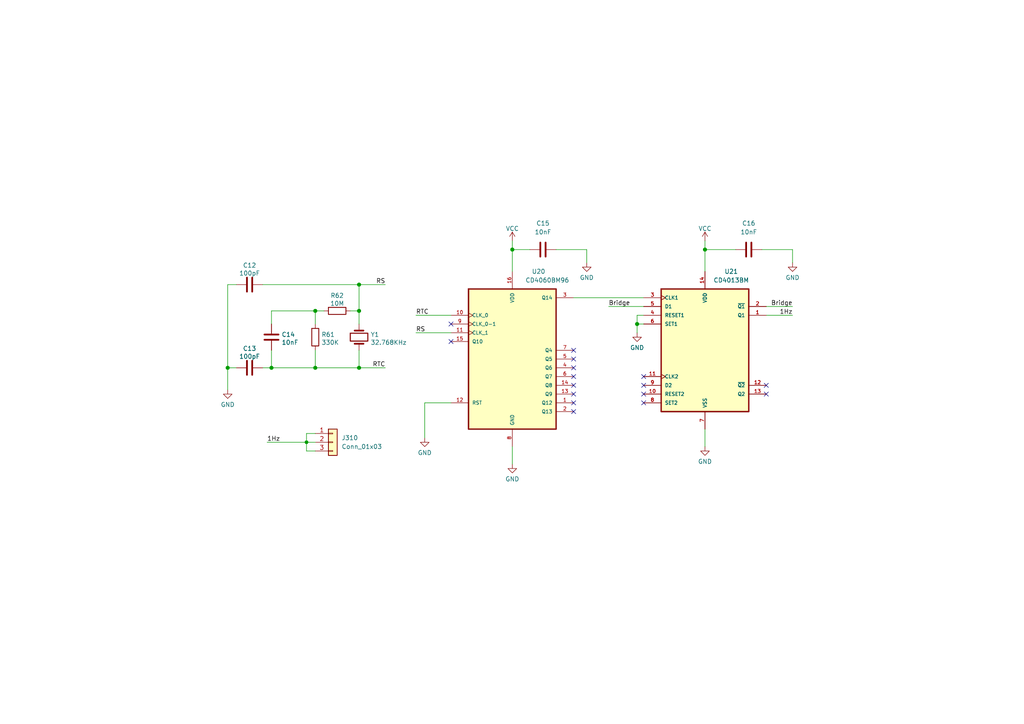
<source format=kicad_sch>
(kicad_sch (version 20220104) (generator eeschema)
  (paper "A4")
  (lib_symbols
    (symbol "CD4013BM:CD4013BM" (pin_names (offset 1.016))
      (property "Reference" "U1" (at 7.62 22.86 0))
      (property "Value" "CD4013BM" (at 7.62 20.32 0))
      (symbol "CD4013BM_0_0"
        (rectangle (start -12.7 -17.78) (end 12.7 17.78) (stroke (width 0.4064)) (fill (type background)))
        (pin output line (at 17.78 10.16 180) (length 5.08) (name "Q1") (number "1"))
        (pin input line (at -17.78 -12.7 0) (length 5.08) (name "RESET2") (number "10"))
        (pin input clock (at -17.78 -7.62 0) (length 5.08) (name "CLK2") (number "11"))
        (pin output line (at 17.78 -10.16 180) (length 5.08) (name "~{Q2}") (number "12"))
        (pin output line (at 17.78 -12.7 180) (length 5.08) (name "Q2") (number "13"))
        (pin power_in line (at 0 22.86 270) (length 5.08) (name "VDD") (number "14"))
        (pin output line (at 17.78 12.7 180) (length 5.08) (name "~{Q1}") (number "2"))
        (pin input clock (at -17.78 15.24 0) (length 5.08) (name "CLK1") (number "3"))
        (pin input line (at -17.78 10.16 0) (length 5.08) (name "RESET1") (number "4"))
        (pin input line (at -17.78 12.7 0) (length 5.08) (name "D1") (number "5"))
        (pin input line (at -17.78 7.62 0) (length 5.08) (name "SET1") (number "6"))
        (pin power_in line (at 0 -22.86 90) (length 5.08) (name "VSS") (number "7"))
        (pin input line (at -17.78 -15.24 0) (length 5.08) (name "SET2") (number "8"))
        (pin input line (at -17.78 -10.16 0) (length 5.08) (name "D2") (number "9"))
      )
    )
    (symbol "CD4060BM96:CD4060BM96" (pin_names (offset 1.016))
      (property "Reference" "U2" (at 7.62 25.4 0))
      (property "Value" "CD4060BM96" (at 10.16 22.86 0))
      (symbol "CD4060BM96_0_0"
        (rectangle (start -12.7 -20.32) (end 12.7 20.32) (stroke (width 0.4064)) (fill (type background)))
        (pin bidirectional line (at 17.78 -12.7 180) (length 5.08) (name "Q12") (number "1"))
        (pin input clock (at -17.78 12.7 0) (length 5.08) (name "CLK_0") (number "10"))
        (pin input clock (at -17.78 7.62 0) (length 5.08) (name "CLK_1") (number "11"))
        (pin bidirectional line (at -17.78 -12.7 0) (length 5.08) (name "RST") (number "12"))
        (pin bidirectional line (at 17.78 -10.16 180) (length 5.08) (name "Q9") (number "13"))
        (pin bidirectional line (at 17.78 -7.62 180) (length 5.08) (name "Q8") (number "14"))
        (pin bidirectional line (at -17.78 5.08 0) (length 5.08) (name "Q10") (number "15"))
        (pin power_in line (at 0 25.4 270) (length 5.08) (name "VDD") (number "16"))
        (pin bidirectional line (at 17.78 -15.24 180) (length 5.08) (name "Q13") (number "2"))
        (pin bidirectional line (at 17.78 17.78 180) (length 5.08) (name "Q14") (number "3"))
        (pin bidirectional line (at 17.78 -2.54 180) (length 5.08) (name "Q6") (number "4"))
        (pin bidirectional line (at 17.78 0 180) (length 5.08) (name "Q5") (number "5"))
        (pin bidirectional line (at 17.78 -5.08 180) (length 5.08) (name "Q7") (number "6"))
        (pin bidirectional line (at 17.78 2.54 180) (length 5.08) (name "Q4") (number "7"))
        (pin power_in line (at 0 -25.4 90) (length 5.08) (name "GND") (number "8"))
        (pin input clock (at -17.78 10.16 0) (length 5.08) (name "CLK_0-1") (number "9"))
      )
    )
    (symbol "Connector_Generic:Conn_01x03" (pin_names (offset 1.016) hide)
      (property "Reference" "J" (at 0 5.08 0))
      (property "Value" "Conn_01x03" (at 0 -5.08 0))
      (symbol "Conn_01x03_1_1"
        (rectangle (start -1.27 -2.413) (end 0 -2.667) (stroke (width 0.1524)))
        (rectangle (start -1.27 0.127) (end 0 -0.127) (stroke (width 0.1524)))
        (rectangle (start -1.27 2.667) (end 0 2.413) (stroke (width 0.1524)))
        (rectangle (start -1.27 3.81) (end 1.27 -3.81) (stroke (width 0.254)) (fill (type background)))
        (pin passive line (at -5.08 2.54 0) (length 3.81) (name "Pin_1") (number "1"))
        (pin passive line (at -5.08 0 0) (length 3.81) (name "Pin_2") (number "2"))
        (pin passive line (at -5.08 -2.54 0) (length 3.81) (name "Pin_3") (number "3"))
      )
    )
    (symbol "Device:C" (pin_numbers hide) (pin_names (offset 0.254))
      (property "Reference" "C" (at 0.635 2.54 0))
      (property "Value" "C" (at 0.635 -2.54 0))
      (symbol "C_0_1"
        (polyline (pts (xy -2.032 -0.762) (xy 2.032 -0.762)) (stroke (width 0.508)))
        (polyline (pts (xy -2.032 0.762) (xy 2.032 0.762)) (stroke (width 0.508)))
      )
      (symbol "C_1_1"
        (pin passive line (at 0 3.81 270) (length 2.794) (name "~") (number "1"))
        (pin passive line (at 0 -3.81 90) (length 2.794) (name "~") (number "2"))
      )
    )
    (symbol "Device:Crystal" (pin_numbers hide) (pin_names (offset 1.016) hide)
      (property "Reference" "Y" (at 0 3.81 0))
      (property "Value" "Crystal" (at 0 -3.81 0))
      (symbol "Crystal_0_1"
        (rectangle (start -1.143 2.54) (end 1.143 -2.54) (stroke (width 0.3048)))
        (polyline (pts (xy -2.54 0) (xy -1.905 0)))
        (polyline (pts (xy -1.905 -1.27) (xy -1.905 1.27)) (stroke (width 0.508)))
        (polyline (pts (xy 1.905 -1.27) (xy 1.905 1.27)) (stroke (width 0.508)))
        (polyline (pts (xy 2.54 0) (xy 1.905 0)))
      )
      (symbol "Crystal_1_1"
        (pin passive line (at -3.81 0 0) (length 1.27) (name "1") (number "1"))
        (pin passive line (at 3.81 0 180) (length 1.27) (name "2") (number "2"))
      )
    )
    (symbol "Device:R" (pin_numbers hide) (pin_names (offset 0))
      (property "Reference" "R" (at 2.032 0 90))
      (property "Value" "R" (at 0 0 90))
      (symbol "R_0_1"
        (rectangle (start -1.016 -2.54) (end 1.016 2.54) (stroke (width 0.254)))
      )
      (symbol "R_1_1"
        (pin passive line (at 0 3.81 270) (length 1.27) (name "~") (number "1"))
        (pin passive line (at 0 -3.81 90) (length 1.27) (name "~") (number "2"))
      )
    )
    (symbol "power:GND" (power) (pin_names (offset 0))
      (property "Value" "GND" (at 0 -3.81 0))
      (symbol "GND_0_1"
        (polyline (pts (xy 0 0) (xy 0 -1.27) (xy 1.27 -1.27) (xy 0 -2.54) (xy -1.27 -1.27) (xy 0 -1.27)))
      )
      (symbol "GND_1_1"
        (pin power_in line (at 0 0 270) (length 0) hide (name "GND") (number "1"))
      )
    )
    (symbol "power:VCC" (power) (pin_names (offset 0))
      (property "Value" "VCC" (at 0 3.81 0))
      (symbol "VCC_0_1"
        (polyline (pts (xy -0.762 1.27) (xy 0 2.54)))
        (polyline (pts (xy 0 0) (xy 0 2.54)))
        (polyline (pts (xy 0 2.54) (xy 0.762 1.27)))
      )
      (symbol "VCC_1_1"
        (pin power_in line (at 0 0 90) (length 0) hide (name "VCC") (number "1"))
      )
    )
  )
  (junction (at 204.47 72.39) (diameter 1.016))
  (junction (at 88.9 128.27))
  (junction (at 91.44 90.17) (diameter 1.016))
  (junction (at 104.14 106.68) (diameter 1.016))
  (junction (at 184.785 93.98) (diameter 1.016))
  (junction (at 66.04 106.68) (diameter 1.016))
  (junction (at 104.14 90.17) (diameter 1.016))
  (junction (at 78.74 106.68) (diameter 1.016))
  (junction (at 104.14 82.55) (diameter 1.016))
  (junction (at 148.59 72.39) (diameter 1.016))
  (junction (at 91.44 106.68) (diameter 1.016))
  (no_connect (at 166.37 109.22))
  (no_connect (at 166.37 114.3))
  (no_connect (at 166.37 104.14))
  (no_connect (at 166.37 111.76))
  (no_connect (at 130.81 93.98))
  (no_connect (at 186.69 111.76))
  (no_connect (at 166.37 101.6))
  (no_connect (at 186.69 109.22))
  (no_connect (at 166.37 116.84))
  (no_connect (at 186.69 116.84))
  (no_connect (at 166.37 106.68))
  (no_connect (at 222.25 111.76))
  (no_connect (at 222.25 114.3))
  (no_connect (at 186.69 114.3))
  (no_connect (at 130.81 99.06))
  (no_connect (at 166.37 119.38))
  (wire (pts (xy 76.2 82.55) (xy 104.14 82.55)))
  (wire (pts (xy 93.98 90.17) (xy 91.44 90.17)))
  (wire (pts (xy 101.6 90.17) (xy 104.14 90.17)))
  (wire (pts (xy 66.04 82.55) (xy 66.04 106.68)))
  (wire (pts (xy 222.25 91.44) (xy 229.87 91.44)))
  (wire (pts (xy 123.19 116.84) (xy 123.19 127)))
  (wire (pts (xy 104.14 82.55) (xy 111.76 82.55)))
  (wire (pts (xy 176.53 88.9) (xy 186.69 88.9)))
  (wire (pts (xy 104.14 106.68) (xy 111.76 106.68)))
  (wire (pts (xy 78.74 106.68) (xy 78.74 101.6)))
  (wire (pts (xy 91.44 130.81) (xy 88.9 130.81)))
  (wire (pts (xy 66.04 106.68) (xy 66.04 113.03)))
  (wire (pts (xy 91.44 90.17) (xy 91.44 93.98)))
  (wire (pts (xy 91.44 101.6) (xy 91.44 106.68)))
  (wire (pts (xy 204.47 72.39) (xy 213.36 72.39)))
  (wire (pts (xy 204.47 72.39) (xy 204.47 78.74)))
  (wire (pts (xy 184.785 91.44) (xy 184.785 93.98)))
  (wire (pts (xy 148.59 134.62) (xy 148.59 129.54)))
  (wire (pts (xy 76.2 106.68) (xy 78.74 106.68)))
  (wire (pts (xy 148.59 72.39) (xy 148.59 78.74)))
  (wire (pts (xy 88.9 128.27) (xy 77.47 128.27)))
  (wire (pts (xy 78.74 90.17) (xy 91.44 90.17)))
  (wire (pts (xy 130.81 91.44) (xy 120.65 91.44)))
  (wire (pts (xy 91.44 125.73) (xy 88.9 125.73)))
  (wire (pts (xy 222.25 88.9) (xy 229.87 88.9)))
  (wire (pts (xy 66.04 106.68) (xy 68.58 106.68)))
  (wire (pts (xy 91.44 106.68) (xy 104.14 106.68)))
  (wire (pts (xy 78.74 90.17) (xy 78.74 93.98)))
  (wire (pts (xy 161.29 72.39) (xy 170.18 72.39)))
  (wire (pts (xy 130.81 116.84) (xy 123.19 116.84)))
  (wire (pts (xy 184.785 93.98) (xy 186.69 93.98)))
  (wire (pts (xy 148.59 72.39) (xy 153.67 72.39)))
  (wire (pts (xy 229.87 72.39) (xy 229.87 76.2)))
  (wire (pts (xy 104.14 90.17) (xy 104.14 93.98)))
  (wire (pts (xy 120.65 96.52) (xy 130.81 96.52)))
  (wire (pts (xy 204.47 69.85) (xy 204.47 72.39)))
  (wire (pts (xy 184.785 96.52) (xy 184.785 93.98)))
  (wire (pts (xy 104.14 101.6) (xy 104.14 106.68)))
  (wire (pts (xy 204.47 129.54) (xy 204.47 124.46)))
  (wire (pts (xy 186.69 91.44) (xy 184.785 91.44)))
  (wire (pts (xy 170.18 72.39) (xy 170.18 76.2)))
  (wire (pts (xy 88.9 130.81) (xy 88.9 128.27)))
  (wire (pts (xy 91.44 128.27) (xy 88.9 128.27)))
  (wire (pts (xy 68.58 82.55) (xy 66.04 82.55)))
  (wire (pts (xy 220.98 72.39) (xy 229.87 72.39)))
  (wire (pts (xy 88.9 125.73) (xy 88.9 128.27)))
  (wire (pts (xy 91.44 106.68) (xy 78.74 106.68)))
  (wire (pts (xy 104.14 82.55) (xy 104.14 90.17)))
  (wire (pts (xy 148.59 69.85) (xy 148.59 72.39)))
  (wire (pts (xy 166.37 86.36) (xy 186.69 86.36)))
  (label "RTC" (at 120.65 91.44 0))
  (label "1Hz" (at 77.47 128.27 0))
  (label "Bridge" (at 229.87 88.9 0))
  (label "1Hz" (at 229.87 91.44 0))
  (label "Bridge" (at 176.53 88.9 0))
  (label "RTC" (at 111.76 106.68 0))
  (label "RS" (at 120.65 96.52 0))
  (label "RS" (at 111.76 82.55 0))
  (symbol (lib_id "power:GND") (at 184.785 96.52 0) (unit 1)
    (property "Reference" "#PWR0190" (effects hide))
    (property "Value" "GND" (at 184.785 100.8444 0))
  )
  (symbol (lib_id "CD4013BM:CD4013BM") (at 204.47 101.6 0) (unit 1)
    (property "Reference" "U21" (at 212.09 78.74 0))
    (property "Value" "CD4013BM" (at 212.09 81.28 0))
    (property "Footprint" "Package_DIP:DIP-14_W7.62mm" (effects hide))
    (property "LCSC" "C13527" (effects hide))
  )
  (symbol (lib_id "power:GND") (at 66.04 113.03 0) (unit 1)
    (property "Reference" "#PWR0185" (effects hide))
    (property "Value" "GND" (at 66.04 117.3544 0))
  )
  (symbol (lib_id "power:GND") (at 123.19 127 0) (unit 1)
    (property "Reference" "#PWR0187" (effects hide))
    (property "Value" "GND" (at 123.19 131.3244 0))
  )
  (symbol (lib_id "power:GND") (at 170.18 76.2 0) (unit 1)
    (property "Reference" "#PWR0189" (effects hide))
    (property "Value" "GND" (at 170.18 80.5244 0))
  )
  (symbol (lib_id "Device:R") (at 91.44 97.79 180) (unit 1)
    (property "Reference" "R61" (at 93.2181 97.0291 0) (effects (justify right)))
    (property "Value" "330K" (at 93.2181 99.3278 0) (effects (justify right)))
    (property "Footprint" "Resistor_THT:R_Axial_DIN0204_L3.6mm_D1.6mm_P5.08mm_Horizontal" (effects hide))
  )
  (symbol (lib_id "power:GND") (at 148.59 134.62 0) (unit 1)
    (property "Reference" "#PWR0188" (effects hide))
    (property "Value" "GND" (at 148.59 138.9444 0))
  )
  (symbol (lib_id "Device:C") (at 72.39 106.68 90) (unit 1)
    (property "Reference" "C13" (at 72.39 101.0878 90))
    (property "Value" "100pF" (at 72.39 103.3865 90))
    (property "Footprint" "Capacitor_THT:C_Disc_D4.3mm_W1.9mm_P5.00mm" (effects hide))
  )
  (symbol (lib_id "power:GND") (at 204.47 129.54 0) (unit 1)
    (property "Reference" "#PWR0193" (effects hide))
    (property "Value" "GND" (at 204.47 133.8644 0))
  )
  (symbol (lib_id "Device:R") (at 97.79 90.17 270) (unit 1)
    (property "Reference" "R62" (at 97.79 85.7208 90))
    (property "Value" "10M" (at 97.79 88.0195 90))
    (property "Footprint" "Resistor_THT:R_Axial_DIN0204_L3.6mm_D1.6mm_P5.08mm_Horizontal" (effects hide))
  )
  (symbol (lib_id "power:GND") (at 229.87 76.2 0) (unit 1)
    (property "Reference" "#PWR0192" (effects hide))
    (property "Value" "GND" (at 229.87 80.5244 0))
  )
  (symbol (lib_id "Device:Crystal") (at 104.14 97.79 90) (unit 1)
    (property "Reference" "Y1" (at 107.4675 97.0291 90) (effects (justify right)))
    (property "Value" "32.768KHz" (at 107.4675 99.3278 90) (effects (justify right)))
    (property "Footprint" "Crystal:Crystal_AT310_D3.0mm_L10.0mm_Vertical" (effects hide))
  )
  (symbol (lib_id "Device:C") (at 78.74 97.79 180) (unit 1)
    (property "Reference" "C14" (at 81.6611 97.0291 0) (effects (justify right)))
    (property "Value" "10nF" (at 81.6611 99.3278 0) (effects (justify right)))
    (property "Footprint" "Capacitor_THT:C_Disc_D4.3mm_W1.9mm_P5.00mm" (effects hide))
  )
  (symbol (lib_id "CD4060BM96:CD4060BM96") (at 148.59 104.14 0) (unit 1)
    (property "Reference" "U20" (at 156.21 78.74 0))
    (property "Value" "CD4060BM96" (at 158.75 81.28 0))
    (property "Footprint" "Package_DIP:DIP-16_W7.62mm" (effects hide))
    (property "LCSC" "C32699" (effects hide))
  )
  (symbol (lib_id "Connector_Generic:Conn_01x03") (at 96.52 128.27 0) (unit 1)
    (property "Reference" "J310" (at 99.06 126.9999 0) (effects (justify left)))
    (property "Value" "Conn_01x03" (at 99.06 129.5399 0) (effects (justify left)))
    (property "Footprint" "Connector_PinHeader_2.54mm:PinHeader_1x03_P2.54mm_Vertical" (effects hide))
  )
  (symbol (lib_id "Device:C") (at 217.17 72.39 90) (unit 1)
    (property "Reference" "C16" (at 217.17 64.77 90))
    (property "Value" "10nF" (at 217.17 67.31 90))
    (property "Footprint" "Capacitor_THT:C_Disc_D4.3mm_W1.9mm_P5.00mm" (effects hide))
  )
  (symbol (lib_id "power:VCC") (at 148.59 69.85 0) (unit 1)
    (property "Reference" "#PWR0186" (effects hide))
    (property "Value" "VCC" (at 148.59 66.3026 0))
  )
  (symbol (lib_id "Device:C") (at 72.39 82.55 90) (unit 1)
    (property "Reference" "C12" (at 72.39 76.9578 90))
    (property "Value" "100pF" (at 72.39 79.2565 90))
    (property "Footprint" "Capacitor_THT:C_Disc_D4.3mm_W1.9mm_P5.00mm" (effects hide))
  )
  (symbol (lib_id "power:VCC") (at 204.47 69.85 0) (unit 1)
    (property "Reference" "#PWR0191" (effects hide))
    (property "Value" "VCC" (at 204.47 66.3026 0))
  )
  (symbol (lib_id "Device:C") (at 157.48 72.39 90) (unit 1)
    (property "Reference" "C15" (at 157.48 64.77 90))
    (property "Value" "10nF" (at 157.48 67.31 90))
    (property "Footprint" "Capacitor_THT:C_Disc_D4.3mm_W1.9mm_P5.00mm" (effects hide))
  )
)
</source>
